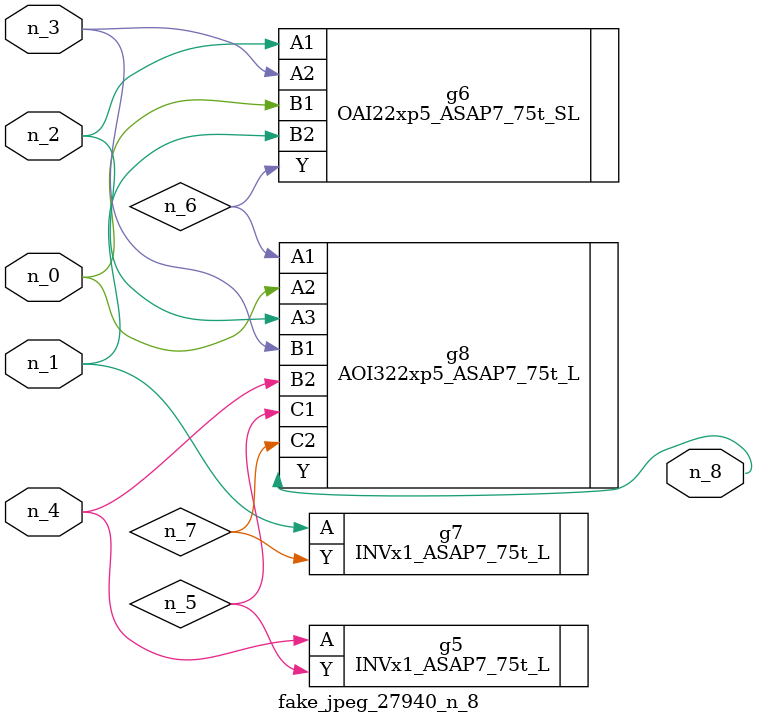
<source format=v>
module fake_jpeg_27940_n_8 (n_3, n_2, n_1, n_0, n_4, n_8);

input n_3;
input n_2;
input n_1;
input n_0;
input n_4;

output n_8;

wire n_6;
wire n_5;
wire n_7;

INVx1_ASAP7_75t_L g5 ( 
.A(n_4),
.Y(n_5)
);

OAI22xp5_ASAP7_75t_SL g6 ( 
.A1(n_2),
.A2(n_3),
.B1(n_0),
.B2(n_1),
.Y(n_6)
);

INVx1_ASAP7_75t_L g7 ( 
.A(n_1),
.Y(n_7)
);

AOI322xp5_ASAP7_75t_L g8 ( 
.A1(n_6),
.A2(n_0),
.A3(n_2),
.B1(n_3),
.B2(n_4),
.C1(n_5),
.C2(n_7),
.Y(n_8)
);


endmodule
</source>
